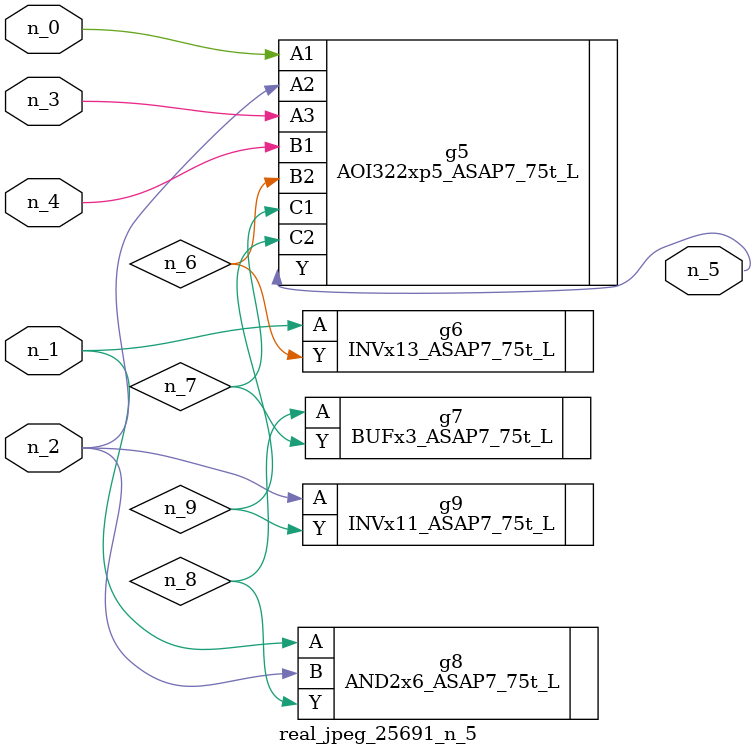
<source format=v>
module real_jpeg_25691_n_5 (n_4, n_0, n_1, n_2, n_3, n_5);

input n_4;
input n_0;
input n_1;
input n_2;
input n_3;

output n_5;

wire n_8;
wire n_6;
wire n_7;
wire n_9;

AOI322xp5_ASAP7_75t_L g5 ( 
.A1(n_0),
.A2(n_2),
.A3(n_3),
.B1(n_4),
.B2(n_6),
.C1(n_7),
.C2(n_9),
.Y(n_5)
);

INVx13_ASAP7_75t_L g6 ( 
.A(n_1),
.Y(n_6)
);

AND2x6_ASAP7_75t_L g8 ( 
.A(n_1),
.B(n_2),
.Y(n_8)
);

INVx11_ASAP7_75t_L g9 ( 
.A(n_2),
.Y(n_9)
);

BUFx3_ASAP7_75t_L g7 ( 
.A(n_8),
.Y(n_7)
);


endmodule
</source>
